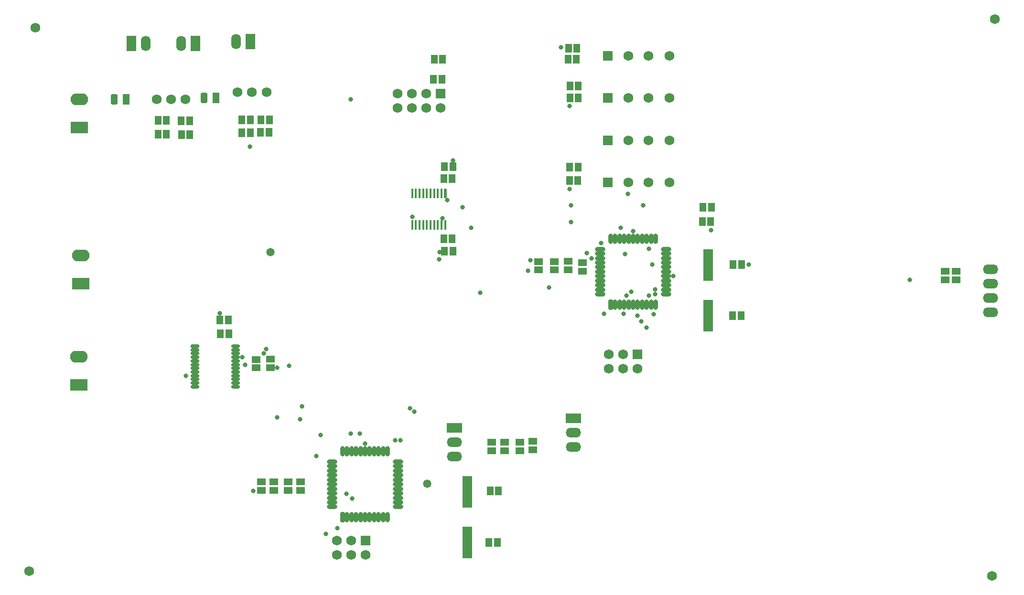
<source format=gts>
G04 Layer_Color=8388736*
%FSLAX25Y25*%
%MOIN*%
G70*
G01*
G75*
G04:AMPARAMS|DCode=43|XSize=49.34mil|YSize=74.93mil|CornerRadius=14.34mil|HoleSize=0mil|Usage=FLASHONLY|Rotation=0.000|XOffset=0mil|YOffset=0mil|HoleType=Round|Shape=RoundedRectangle|*
%AMROUNDEDRECTD43*
21,1,0.04934,0.04626,0,0,0.0*
21,1,0.02067,0.07493,0,0,0.0*
1,1,0.02867,0.01034,-0.02313*
1,1,0.02867,-0.01034,-0.02313*
1,1,0.02867,-0.01034,0.02313*
1,1,0.02867,0.01034,0.02313*
%
%ADD43ROUNDEDRECTD43*%
%ADD44R,0.04934X0.07493*%
%ADD45O,0.03162X0.07296*%
%ADD46O,0.07296X0.03162*%
G04:AMPARAMS|DCode=47|XSize=31.62mil|YSize=72.96mil|CornerRadius=9.91mil|HoleSize=0mil|Usage=FLASHONLY|Rotation=180.000|XOffset=0mil|YOffset=0mil|HoleType=Round|Shape=RoundedRectangle|*
%AMROUNDEDRECTD47*
21,1,0.03162,0.05315,0,0,180.0*
21,1,0.01181,0.07296,0,0,180.0*
1,1,0.01981,-0.00591,0.02658*
1,1,0.01981,0.00591,0.02658*
1,1,0.01981,0.00591,-0.02658*
1,1,0.01981,-0.00591,-0.02658*
%
%ADD47ROUNDEDRECTD47*%
%ADD48R,0.06706X0.22453*%
%ADD49O,0.06312X0.02375*%
G04:AMPARAMS|DCode=50|XSize=23.75mil|YSize=63.12mil|CornerRadius=7.94mil|HoleSize=0mil|Usage=FLASHONLY|Rotation=90.000|XOffset=0mil|YOffset=0mil|HoleType=Round|Shape=RoundedRectangle|*
%AMROUNDEDRECTD50*
21,1,0.02375,0.04724,0,0,90.0*
21,1,0.00787,0.06312,0,0,90.0*
1,1,0.01587,0.02362,0.00394*
1,1,0.01587,0.02362,-0.00394*
1,1,0.01587,-0.02362,-0.00394*
1,1,0.01587,-0.02362,0.00394*
%
%ADD50ROUNDEDRECTD50*%
%ADD51R,0.01784X0.06902*%
G04:AMPARAMS|DCode=52|XSize=17.84mil|YSize=69.02mil|CornerRadius=6.46mil|HoleSize=0mil|Usage=FLASHONLY|Rotation=180.000|XOffset=0mil|YOffset=0mil|HoleType=Round|Shape=RoundedRectangle|*
%AMROUNDEDRECTD52*
21,1,0.01784,0.05610,0,0,180.0*
21,1,0.00492,0.06902,0,0,180.0*
1,1,0.01292,-0.00246,0.02805*
1,1,0.01292,0.00246,0.02805*
1,1,0.01292,0.00246,-0.02805*
1,1,0.01292,-0.00246,-0.02805*
%
%ADD52ROUNDEDRECTD52*%
%ADD53R,0.05131X0.06312*%
%ADD54R,0.06312X0.05131*%
%ADD55C,0.06800*%
%ADD56R,0.06800X0.06800*%
%ADD57O,0.10642X0.06800*%
%ADD58O,0.10642X0.06706*%
%ADD59O,0.06800X0.10642*%
%ADD60R,0.06800X0.10642*%
%ADD61R,0.10642X0.06800*%
%ADD62R,0.12217X0.08280*%
%ADD63O,0.12217X0.08280*%
%ADD64C,0.03300*%
%ADD65C,0.05800*%
D43*
X67913Y342520D02*
D03*
X130512Y343504D02*
D03*
D44*
X76181Y342520D02*
D03*
X138779Y343504D02*
D03*
D45*
X230315Y50886D02*
D03*
X233465D02*
D03*
X236614D02*
D03*
X239764D02*
D03*
X242913D02*
D03*
X246063D02*
D03*
X249213D02*
D03*
X252362D02*
D03*
X255512D02*
D03*
X258661D02*
D03*
Y96752D02*
D03*
X255512D02*
D03*
X252362D02*
D03*
X249213D02*
D03*
X246063D02*
D03*
X242913D02*
D03*
X239764D02*
D03*
X236614D02*
D03*
X233465D02*
D03*
X230315D02*
D03*
X227165D02*
D03*
X417323Y199311D02*
D03*
X420472D02*
D03*
X423622D02*
D03*
X426772D02*
D03*
X429921D02*
D03*
X433071D02*
D03*
X436221D02*
D03*
X439370D02*
D03*
X442520D02*
D03*
X445669D02*
D03*
Y245177D02*
D03*
X442520D02*
D03*
X439370D02*
D03*
X436221D02*
D03*
X433071D02*
D03*
X429921D02*
D03*
X426772D02*
D03*
X423622D02*
D03*
X420472D02*
D03*
X417323D02*
D03*
X414173D02*
D03*
D46*
X265846Y58071D02*
D03*
Y61221D02*
D03*
Y64370D02*
D03*
Y67520D02*
D03*
Y70669D02*
D03*
Y73819D02*
D03*
Y76968D02*
D03*
Y80118D02*
D03*
Y83268D02*
D03*
Y86417D02*
D03*
Y89567D02*
D03*
X219980D02*
D03*
Y86417D02*
D03*
Y83268D02*
D03*
Y80118D02*
D03*
Y76968D02*
D03*
Y73819D02*
D03*
Y70669D02*
D03*
Y67520D02*
D03*
Y64370D02*
D03*
Y61221D02*
D03*
Y58071D02*
D03*
X452854Y206496D02*
D03*
Y209646D02*
D03*
Y212795D02*
D03*
Y215945D02*
D03*
Y219094D02*
D03*
Y222244D02*
D03*
Y225394D02*
D03*
Y228543D02*
D03*
Y231693D02*
D03*
Y234842D02*
D03*
Y237992D02*
D03*
X406988D02*
D03*
Y234842D02*
D03*
Y231693D02*
D03*
Y228543D02*
D03*
Y225394D02*
D03*
Y222244D02*
D03*
Y219094D02*
D03*
Y215945D02*
D03*
Y212795D02*
D03*
Y209646D02*
D03*
Y206496D02*
D03*
D47*
X227165Y50886D02*
D03*
X414173Y199311D02*
D03*
D48*
X482283Y226969D02*
D03*
Y191535D02*
D03*
X314173Y68701D02*
D03*
Y33268D02*
D03*
D49*
X152559Y142028D02*
D03*
Y144587D02*
D03*
Y147146D02*
D03*
Y149705D02*
D03*
Y152264D02*
D03*
Y154823D02*
D03*
Y157382D02*
D03*
Y159941D02*
D03*
Y162500D02*
D03*
Y165059D02*
D03*
Y167618D02*
D03*
Y170177D02*
D03*
X124213Y142028D02*
D03*
Y144587D02*
D03*
Y147146D02*
D03*
Y149705D02*
D03*
Y152264D02*
D03*
Y154823D02*
D03*
Y157382D02*
D03*
Y159941D02*
D03*
Y162500D02*
D03*
Y165059D02*
D03*
Y167618D02*
D03*
D50*
Y170177D02*
D03*
D51*
X275787Y254921D02*
D03*
X278346D02*
D03*
X280906D02*
D03*
X283465D02*
D03*
X286024D02*
D03*
X288583D02*
D03*
X291142D02*
D03*
X293701D02*
D03*
X296260D02*
D03*
X298819D02*
D03*
X275787Y276969D02*
D03*
X278346D02*
D03*
X280906D02*
D03*
X283465D02*
D03*
X286024D02*
D03*
X288583D02*
D03*
X291142D02*
D03*
X293701D02*
D03*
X296260D02*
D03*
D52*
X298819D02*
D03*
D53*
X175787Y319488D02*
D03*
X169882D02*
D03*
X176181Y328150D02*
D03*
X170276D02*
D03*
X499409Y191535D02*
D03*
X505315D02*
D03*
X499606Y227362D02*
D03*
X505512D02*
D03*
X478740Y267126D02*
D03*
X484646D02*
D03*
X391339Y286024D02*
D03*
X385433D02*
D03*
X391732Y343504D02*
D03*
X385827D02*
D03*
X390354Y370472D02*
D03*
X384449D02*
D03*
X478150Y257283D02*
D03*
X484055D02*
D03*
X391535Y295079D02*
D03*
X385630D02*
D03*
X391732Y351969D02*
D03*
X385827D02*
D03*
X390748Y378346D02*
D03*
X384842D02*
D03*
X147835Y178937D02*
D03*
X141929D02*
D03*
X147441Y188386D02*
D03*
X141535D02*
D03*
X329331Y33268D02*
D03*
X335236D02*
D03*
X330118Y69095D02*
D03*
X336024D02*
D03*
X156890Y319094D02*
D03*
X162795D02*
D03*
X156890Y328150D02*
D03*
X162795D02*
D03*
X98425Y318307D02*
D03*
X104331D02*
D03*
X98425Y327756D02*
D03*
X104331D02*
D03*
X120669Y317913D02*
D03*
X114764D02*
D03*
X120472Y327658D02*
D03*
X114567D02*
D03*
X297835Y245079D02*
D03*
X303740D02*
D03*
X298228Y236417D02*
D03*
X304134D02*
D03*
X297835Y287205D02*
D03*
X303740D02*
D03*
X298228Y295472D02*
D03*
X304134D02*
D03*
X297047Y370669D02*
D03*
X291142D02*
D03*
X296654Y356496D02*
D03*
X290748D02*
D03*
D54*
X647441Y222441D02*
D03*
Y216535D02*
D03*
X655315Y222441D02*
D03*
Y216535D02*
D03*
X363779Y229331D02*
D03*
Y223425D02*
D03*
X394488Y228543D02*
D03*
Y222638D02*
D03*
X374803Y229331D02*
D03*
Y223425D02*
D03*
X384646Y229528D02*
D03*
Y223622D02*
D03*
X340158Y103150D02*
D03*
Y97244D02*
D03*
X350787Y103150D02*
D03*
Y97244D02*
D03*
X359842Y103740D02*
D03*
Y97835D02*
D03*
X331102Y103150D02*
D03*
Y97244D02*
D03*
X166929Y161024D02*
D03*
Y155118D02*
D03*
X176772Y161221D02*
D03*
Y155315D02*
D03*
X170472Y75394D02*
D03*
Y69488D02*
D03*
X179134Y75394D02*
D03*
Y69488D02*
D03*
X189370Y75590D02*
D03*
Y69685D02*
D03*
X198031Y75590D02*
D03*
Y69685D02*
D03*
D55*
X455315Y373031D02*
D03*
X440748D02*
D03*
X426575D02*
D03*
X423071Y164528D02*
D03*
X413071D02*
D03*
X433071Y154528D02*
D03*
X423071D02*
D03*
X413071D02*
D03*
X97441Y342520D02*
D03*
X117717D02*
D03*
X107579D02*
D03*
X295748Y336457D02*
D03*
X285648D02*
D03*
Y346457D02*
D03*
X275448Y336557D02*
D03*
X275748Y346457D02*
D03*
X265748Y336557D02*
D03*
Y346457D02*
D03*
X223268Y24606D02*
D03*
X233268D02*
D03*
X243268D02*
D03*
X223268Y34606D02*
D03*
X233268D02*
D03*
X426575Y343504D02*
D03*
X440748D02*
D03*
X455315D02*
D03*
Y313976D02*
D03*
X440748D02*
D03*
X426575D02*
D03*
Y284449D02*
D03*
X440748D02*
D03*
X455315D02*
D03*
X682087Y398622D02*
D03*
X680118Y9843D02*
D03*
X8661Y13189D02*
D03*
X12795Y392717D02*
D03*
X153937Y347441D02*
D03*
X174213D02*
D03*
X164075D02*
D03*
D56*
X412402Y373031D02*
D03*
X433071Y164528D02*
D03*
X295648Y346557D02*
D03*
X243268Y34606D02*
D03*
X412402Y343504D02*
D03*
Y313976D02*
D03*
Y284449D02*
D03*
D57*
X679134Y213740D02*
D03*
Y203740D02*
D03*
Y223740D02*
D03*
X388189Y110039D02*
D03*
Y100039D02*
D03*
X305118Y103110D02*
D03*
Y93110D02*
D03*
D58*
X679134Y193740D02*
D03*
D59*
X90039Y381693D02*
D03*
X114567D02*
D03*
X152874Y382874D02*
D03*
D60*
X80039Y381693D02*
D03*
X124567D02*
D03*
X162874Y382874D02*
D03*
D61*
X388189Y120039D02*
D03*
X305118Y113110D02*
D03*
D62*
X43307Y143110D02*
D03*
X44488Y213976D02*
D03*
X43504Y322835D02*
D03*
D63*
X43307Y162795D02*
D03*
X44488Y233661D02*
D03*
X43504Y342520D02*
D03*
D64*
X316929Y252953D02*
D03*
X223425Y43307D02*
D03*
X215650Y39370D02*
D03*
X623032Y216535D02*
D03*
X358268Y230315D02*
D03*
X407480Y242126D02*
D03*
X440945Y238189D02*
D03*
X421260Y252953D02*
D03*
X437008Y268701D02*
D03*
X400984Y231693D02*
D03*
X397638Y235236D02*
D03*
X426181Y276575D02*
D03*
X386614Y268504D02*
D03*
Y256890D02*
D03*
X409449Y192913D02*
D03*
X423228D02*
D03*
X189764Y156496D02*
D03*
X484252Y251378D02*
D03*
X385433Y279724D02*
D03*
X385630Y337992D02*
D03*
X379724Y378740D02*
D03*
X356693Y223031D02*
D03*
X371260Y211221D02*
D03*
X296850Y259646D02*
D03*
X311024Y267126D02*
D03*
X323228Y207677D02*
D03*
X444095Y192717D02*
D03*
X443307Y227362D02*
D03*
X424409Y234449D02*
D03*
X428739Y208070D02*
D03*
X440945Y205709D02*
D03*
X439370Y183268D02*
D03*
X277165Y124606D02*
D03*
X267717Y104528D02*
D03*
X233858Y63976D02*
D03*
X435433Y187598D02*
D03*
X274410Y126969D02*
D03*
X263779Y104528D02*
D03*
X229921Y67126D02*
D03*
X294881Y236023D02*
D03*
X294488Y230906D02*
D03*
X433071Y191535D02*
D03*
X445276Y206496D02*
D03*
X300394Y272244D02*
D03*
X275984Y260433D02*
D03*
X445276Y210039D02*
D03*
X425196Y205708D02*
D03*
X510630Y227362D02*
D03*
X457874Y219094D02*
D03*
X429921Y250590D02*
D03*
X239370Y109252D02*
D03*
X164961Y69095D02*
D03*
X242913Y102165D02*
D03*
X233071Y109251D02*
D03*
X174015Y168307D02*
D03*
X172146Y165059D02*
D03*
X197638Y119095D02*
D03*
X181594Y120669D02*
D03*
X159350Y157382D02*
D03*
X198917Y128150D02*
D03*
X211811Y108071D02*
D03*
X157382Y162500D02*
D03*
X208760Y93504D02*
D03*
X141535Y193307D02*
D03*
X181496Y155315D02*
D03*
X117815Y149705D02*
D03*
X304134Y300000D02*
D03*
X233071Y342717D02*
D03*
X162598Y309646D02*
D03*
D65*
X176772Y236024D02*
D03*
X286221Y74213D02*
D03*
M02*

</source>
